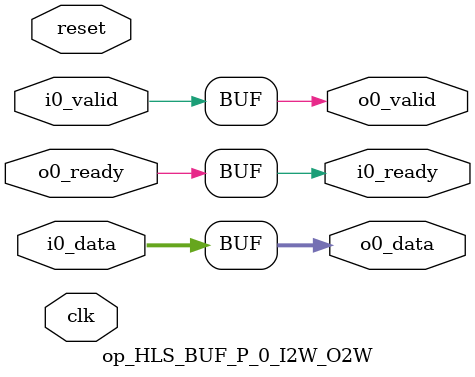
<source format=sv>
module op_HLS_BUF_P_0_I2W_O2W(	// git/chisel-template/src/main/scala/hls_float/hls_float.scala:521:7
  output       i0_ready,	// git/chisel-template/src/main/scala/hls_float/hls_float.scala:524:14
  input        i0_valid,	// git/chisel-template/src/main/scala/hls_float/hls_float.scala:524:14
  input  [1:0] i0_data,	// git/chisel-template/src/main/scala/hls_float/hls_float.scala:524:14
  input        o0_ready,	// git/chisel-template/src/main/scala/hls_float/hls_float.scala:525:14
  output       o0_valid,	// git/chisel-template/src/main/scala/hls_float/hls_float.scala:525:14
  output [1:0] o0_data,	// git/chisel-template/src/main/scala/hls_float/hls_float.scala:525:14
  input        clk,	// git/chisel-template/src/main/scala/hls_float/hls_float.scala:526:15
               reset	// git/chisel-template/src/main/scala/hls_float/hls_float.scala:527:17
);

  assign i0_ready = o0_ready;	// git/chisel-template/src/main/scala/hls_float/hls_float.scala:521:7
  assign o0_valid = i0_valid;	// git/chisel-template/src/main/scala/hls_float/hls_float.scala:521:7
  assign o0_data = i0_data;	// git/chisel-template/src/main/scala/hls_float/hls_float.scala:521:7
endmodule



</source>
